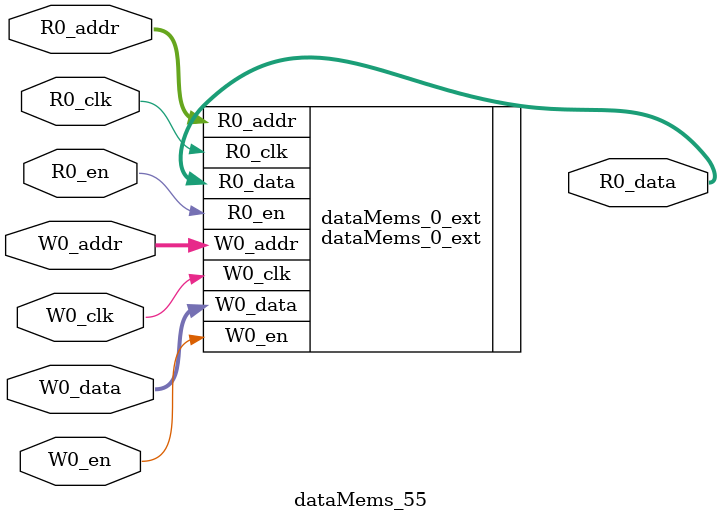
<source format=sv>
`ifndef RANDOMIZE
  `ifdef RANDOMIZE_REG_INIT
    `define RANDOMIZE
  `endif // RANDOMIZE_REG_INIT
`endif // not def RANDOMIZE
`ifndef RANDOMIZE
  `ifdef RANDOMIZE_MEM_INIT
    `define RANDOMIZE
  `endif // RANDOMIZE_MEM_INIT
`endif // not def RANDOMIZE

`ifndef RANDOM
  `define RANDOM $random
`endif // not def RANDOM

// Users can define 'PRINTF_COND' to add an extra gate to prints.
`ifndef PRINTF_COND_
  `ifdef PRINTF_COND
    `define PRINTF_COND_ (`PRINTF_COND)
  `else  // PRINTF_COND
    `define PRINTF_COND_ 1
  `endif // PRINTF_COND
`endif // not def PRINTF_COND_

// Users can define 'ASSERT_VERBOSE_COND' to add an extra gate to assert error printing.
`ifndef ASSERT_VERBOSE_COND_
  `ifdef ASSERT_VERBOSE_COND
    `define ASSERT_VERBOSE_COND_ (`ASSERT_VERBOSE_COND)
  `else  // ASSERT_VERBOSE_COND
    `define ASSERT_VERBOSE_COND_ 1
  `endif // ASSERT_VERBOSE_COND
`endif // not def ASSERT_VERBOSE_COND_

// Users can define 'STOP_COND' to add an extra gate to stop conditions.
`ifndef STOP_COND_
  `ifdef STOP_COND
    `define STOP_COND_ (`STOP_COND)
  `else  // STOP_COND
    `define STOP_COND_ 1
  `endif // STOP_COND
`endif // not def STOP_COND_

// Users can define INIT_RANDOM as general code that gets injected into the
// initializer block for modules with registers.
`ifndef INIT_RANDOM
  `define INIT_RANDOM
`endif // not def INIT_RANDOM

// If using random initialization, you can also define RANDOMIZE_DELAY to
// customize the delay used, otherwise 0.002 is used.
`ifndef RANDOMIZE_DELAY
  `define RANDOMIZE_DELAY 0.002
`endif // not def RANDOMIZE_DELAY

// Define INIT_RANDOM_PROLOG_ for use in our modules below.
`ifndef INIT_RANDOM_PROLOG_
  `ifdef RANDOMIZE
    `ifdef VERILATOR
      `define INIT_RANDOM_PROLOG_ `INIT_RANDOM
    `else  // VERILATOR
      `define INIT_RANDOM_PROLOG_ `INIT_RANDOM #`RANDOMIZE_DELAY begin end
    `endif // VERILATOR
  `else  // RANDOMIZE
    `define INIT_RANDOM_PROLOG_
  `endif // RANDOMIZE
`endif // not def INIT_RANDOM_PROLOG_

// Include register initializers in init blocks unless synthesis is set
`ifndef SYNTHESIS
  `ifndef ENABLE_INITIAL_REG_
    `define ENABLE_INITIAL_REG_
  `endif // not def ENABLE_INITIAL_REG_
`endif // not def SYNTHESIS

// Include rmemory initializers in init blocks unless synthesis is set
`ifndef SYNTHESIS
  `ifndef ENABLE_INITIAL_MEM_
    `define ENABLE_INITIAL_MEM_
  `endif // not def ENABLE_INITIAL_MEM_
`endif // not def SYNTHESIS

module dataMems_55(	// @[generators/ara/src/main/scala/UnsafeAXI4ToTL.scala:365:62]
  input  [4:0]   R0_addr,
  input          R0_en,
  input          R0_clk,
  output [514:0] R0_data,
  input  [4:0]   W0_addr,
  input          W0_en,
  input          W0_clk,
  input  [514:0] W0_data
);

  dataMems_0_ext dataMems_0_ext (	// @[generators/ara/src/main/scala/UnsafeAXI4ToTL.scala:365:62]
    .R0_addr (R0_addr),
    .R0_en   (R0_en),
    .R0_clk  (R0_clk),
    .R0_data (R0_data),
    .W0_addr (W0_addr),
    .W0_en   (W0_en),
    .W0_clk  (W0_clk),
    .W0_data (W0_data)
  );
endmodule


</source>
